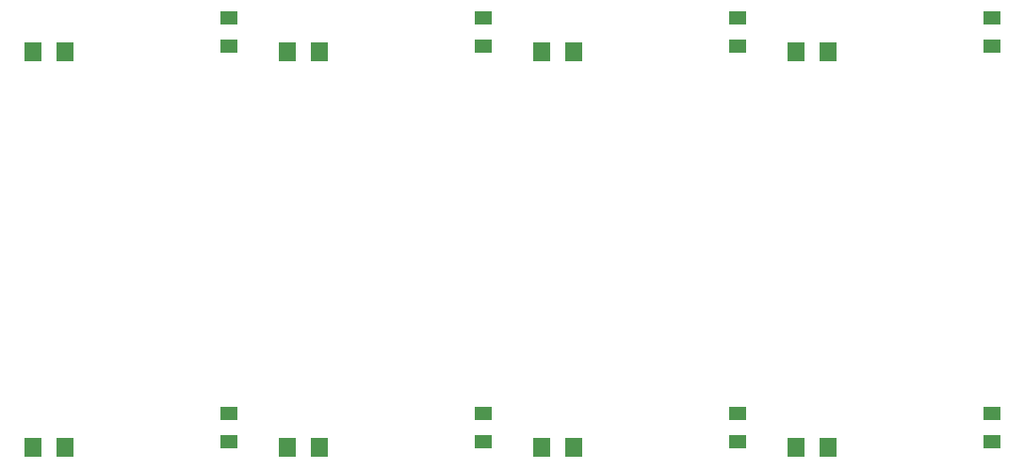
<source format=gbp>
G04 EAGLE Gerber RS-274X export*
G75*
%MOMM*%
%FSLAX34Y34*%
%LPD*%
%INBottom Paste*%
%IPPOS*%
%AMOC8*
5,1,8,0,0,1.08239X$1,22.5*%
G01*
%ADD10R,1.600000X1.803000*%
%ADD11R,1.524000X1.270000*%


D10*
X53590Y60960D03*
X25150Y60960D03*
D11*
X200660Y91440D03*
X200660Y66040D03*
D10*
X282190Y60960D03*
X253750Y60960D03*
D11*
X429260Y91440D03*
X429260Y66040D03*
D10*
X510790Y60960D03*
X482350Y60960D03*
D11*
X657860Y91440D03*
X657860Y66040D03*
D10*
X739390Y60960D03*
X710950Y60960D03*
D11*
X886460Y91440D03*
X886460Y66040D03*
D10*
X53590Y416560D03*
X25150Y416560D03*
D11*
X200660Y447040D03*
X200660Y421640D03*
D10*
X282190Y416560D03*
X253750Y416560D03*
D11*
X429260Y447040D03*
X429260Y421640D03*
D10*
X510790Y416560D03*
X482350Y416560D03*
D11*
X657860Y447040D03*
X657860Y421640D03*
D10*
X739390Y416560D03*
X710950Y416560D03*
D11*
X886460Y447040D03*
X886460Y421640D03*
M02*

</source>
